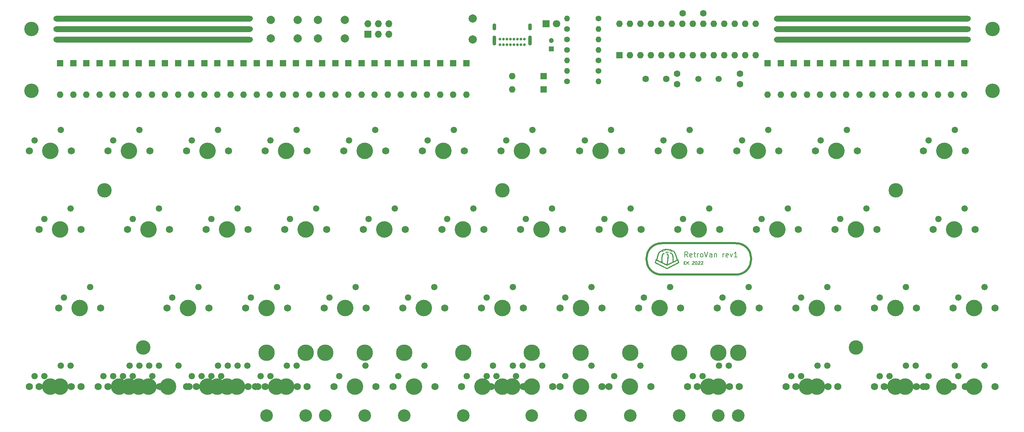
<source format=gts>
G04 #@! TF.GenerationSoftware,KiCad,Pcbnew,(6.0.1)*
G04 #@! TF.CreationDate,2022-12-02T15:22:06+01:00*
G04 #@! TF.ProjectId,pcb,7063622e-6b69-4636-9164-5f7063625858,rev?*
G04 #@! TF.SameCoordinates,Original*
G04 #@! TF.FileFunction,Soldermask,Top*
G04 #@! TF.FilePolarity,Negative*
%FSLAX46Y46*%
G04 Gerber Fmt 4.6, Leading zero omitted, Abs format (unit mm)*
G04 Created by KiCad (PCBNEW (6.0.1)) date 2022-12-02 15:22:06*
%MOMM*%
%LPD*%
G01*
G04 APERTURE LIST*
%ADD10C,0.710000*%
%ADD11C,0.150000*%
%ADD12C,0.200000*%
%ADD13C,0.500000*%
%ADD14C,1.550000*%
%ADD15C,4.000000*%
%ADD16C,1.750000*%
%ADD17R,1.600000X1.600000*%
%ADD18O,1.600000X1.600000*%
%ADD19C,3.500000*%
%ADD20C,1.400000*%
%ADD21O,1.400000X1.400000*%
%ADD22C,3.048000*%
%ADD23C,3.987800*%
%ADD24O,1.700000X1.700000*%
%ADD25R,1.700000X1.700000*%
%ADD26C,1.600000*%
%ADD27C,0.650000*%
%ADD28O,0.900000X1.700000*%
%ADD29O,0.900000X2.400000*%
%ADD30C,1.500000*%
%ADD31R,1.200000X1.200000*%
%ADD32C,1.200000*%
%ADD33C,2.000000*%
%ADD34R,1.800000X1.800000*%
%ADD35C,1.800000*%
G04 APERTURE END LIST*
D10*
X213715000Y-50800000D02*
G75*
G03*
X213715000Y-50800000I-355000J0D01*
G01*
D11*
X85725000Y-47625000D02*
X38735000Y-47625000D01*
X38735000Y-47625000D02*
X38735000Y-48895000D01*
X38735000Y-48895000D02*
X85725000Y-48895000D01*
X85725000Y-48895000D02*
X85725000Y-47625000D01*
G36*
X85725000Y-47625000D02*
G01*
X38735000Y-47625000D01*
X38735000Y-48895000D01*
X85725000Y-48895000D01*
X85725000Y-47625000D01*
G37*
X85725000Y-50165000D02*
X38735000Y-50165000D01*
X38735000Y-50165000D02*
X38735000Y-51435000D01*
X38735000Y-51435000D02*
X85725000Y-51435000D01*
X85725000Y-51435000D02*
X85725000Y-50165000D01*
G36*
X85725000Y-50165000D02*
G01*
X38735000Y-50165000D01*
X38735000Y-51435000D01*
X85725000Y-51435000D01*
X85725000Y-50165000D01*
G37*
X259715000Y-45085000D02*
X213360000Y-45085000D01*
X213360000Y-45085000D02*
X213360000Y-46355000D01*
X213360000Y-46355000D02*
X259715000Y-46355000D01*
X259715000Y-46355000D02*
X259715000Y-45085000D01*
G36*
X259715000Y-45085000D02*
G01*
X213360000Y-45085000D01*
X213360000Y-46355000D01*
X259715000Y-46355000D01*
X259715000Y-45085000D01*
G37*
X85725000Y-45085000D02*
X38735000Y-45085000D01*
X38735000Y-45085000D02*
X38735000Y-46355000D01*
X38735000Y-46355000D02*
X85725000Y-46355000D01*
X85725000Y-46355000D02*
X85725000Y-45085000D01*
G36*
X85725000Y-45085000D02*
G01*
X38735000Y-45085000D01*
X38735000Y-46355000D01*
X85725000Y-46355000D01*
X85725000Y-45085000D01*
G37*
D10*
X39090000Y-48260000D02*
G75*
G03*
X39090000Y-48260000I-355000J0D01*
G01*
X260070000Y-45720000D02*
G75*
G03*
X260070000Y-45720000I-355000J0D01*
G01*
X260070000Y-50800000D02*
G75*
G03*
X260070000Y-50800000I-355000J0D01*
G01*
X213715000Y-45720000D02*
G75*
G03*
X213715000Y-45720000I-355000J0D01*
G01*
X39090000Y-50800000D02*
G75*
G03*
X39090000Y-50800000I-355000J0D01*
G01*
X86080000Y-48260000D02*
G75*
G03*
X86080000Y-48260000I-355000J0D01*
G01*
D11*
X259715000Y-50165000D02*
X213360000Y-50165000D01*
X213360000Y-50165000D02*
X213360000Y-51435000D01*
X213360000Y-51435000D02*
X259715000Y-51435000D01*
X259715000Y-51435000D02*
X259715000Y-50165000D01*
G36*
X259715000Y-50165000D02*
G01*
X213360000Y-50165000D01*
X213360000Y-51435000D01*
X259715000Y-51435000D01*
X259715000Y-50165000D01*
G37*
D10*
X86080000Y-45720000D02*
G75*
G03*
X86080000Y-45720000I-355000J0D01*
G01*
X260070000Y-48260000D02*
G75*
G03*
X260070000Y-48260000I-355000J0D01*
G01*
X39090000Y-45720000D02*
G75*
G03*
X39090000Y-45720000I-355000J0D01*
G01*
D11*
X259715000Y-47625000D02*
X213360000Y-47625000D01*
X213360000Y-47625000D02*
X213360000Y-48895000D01*
X213360000Y-48895000D02*
X259715000Y-48895000D01*
X259715000Y-48895000D02*
X259715000Y-47625000D01*
G36*
X259715000Y-47625000D02*
G01*
X213360000Y-47625000D01*
X213360000Y-48895000D01*
X259715000Y-48895000D01*
X259715000Y-47625000D01*
G37*
D10*
X86080000Y-50800000D02*
G75*
G03*
X86080000Y-50800000I-355000J0D01*
G01*
X213715000Y-48260000D02*
G75*
G03*
X213715000Y-48260000I-355000J0D01*
G01*
D11*
X190934821Y-104943678D02*
X191184821Y-104943678D01*
X191291964Y-105336535D02*
X190934821Y-105336535D01*
X190934821Y-104586535D01*
X191291964Y-104586535D01*
X191613392Y-105336535D02*
X191613392Y-104586535D01*
X192041964Y-105336535D02*
X191720535Y-104907964D01*
X192041964Y-104586535D02*
X191613392Y-105015107D01*
X192899107Y-104657964D02*
X192934821Y-104622250D01*
X193006250Y-104586535D01*
X193184821Y-104586535D01*
X193256250Y-104622250D01*
X193291964Y-104657964D01*
X193327678Y-104729392D01*
X193327678Y-104800821D01*
X193291964Y-104907964D01*
X192863392Y-105336535D01*
X193327678Y-105336535D01*
X193791964Y-104586535D02*
X193863392Y-104586535D01*
X193934821Y-104622250D01*
X193970535Y-104657964D01*
X194006250Y-104729392D01*
X194041964Y-104872250D01*
X194041964Y-105050821D01*
X194006250Y-105193678D01*
X193970535Y-105265107D01*
X193934821Y-105300821D01*
X193863392Y-105336535D01*
X193791964Y-105336535D01*
X193720535Y-105300821D01*
X193684821Y-105265107D01*
X193649107Y-105193678D01*
X193613392Y-105050821D01*
X193613392Y-104872250D01*
X193649107Y-104729392D01*
X193684821Y-104657964D01*
X193720535Y-104622250D01*
X193791964Y-104586535D01*
X194327678Y-104657964D02*
X194363392Y-104622250D01*
X194434821Y-104586535D01*
X194613392Y-104586535D01*
X194684821Y-104622250D01*
X194720535Y-104657964D01*
X194756250Y-104729392D01*
X194756250Y-104800821D01*
X194720535Y-104907964D01*
X194291964Y-105336535D01*
X194756250Y-105336535D01*
X195041964Y-104657964D02*
X195077678Y-104622250D01*
X195149107Y-104586535D01*
X195327678Y-104586535D01*
X195399107Y-104622250D01*
X195434821Y-104657964D01*
X195470535Y-104729392D01*
X195470535Y-104800821D01*
X195434821Y-104907964D01*
X195006250Y-105336535D01*
X195470535Y-105336535D01*
D12*
X191800654Y-103530726D02*
X191383988Y-102935488D01*
X191086369Y-103530726D02*
X191086369Y-102280726D01*
X191562559Y-102280726D01*
X191681607Y-102340250D01*
X191741130Y-102399773D01*
X191800654Y-102518821D01*
X191800654Y-102697392D01*
X191741130Y-102816440D01*
X191681607Y-102875964D01*
X191562559Y-102935488D01*
X191086369Y-102935488D01*
X192812559Y-103471202D02*
X192693511Y-103530726D01*
X192455416Y-103530726D01*
X192336369Y-103471202D01*
X192276845Y-103352154D01*
X192276845Y-102875964D01*
X192336369Y-102756916D01*
X192455416Y-102697392D01*
X192693511Y-102697392D01*
X192812559Y-102756916D01*
X192872083Y-102875964D01*
X192872083Y-102995011D01*
X192276845Y-103114059D01*
X193229226Y-102697392D02*
X193705416Y-102697392D01*
X193407797Y-102280726D02*
X193407797Y-103352154D01*
X193467321Y-103471202D01*
X193586369Y-103530726D01*
X193705416Y-103530726D01*
X194122083Y-103530726D02*
X194122083Y-102697392D01*
X194122083Y-102935488D02*
X194181607Y-102816440D01*
X194241130Y-102756916D01*
X194360178Y-102697392D01*
X194479226Y-102697392D01*
X195074464Y-103530726D02*
X194955416Y-103471202D01*
X194895892Y-103411678D01*
X194836369Y-103292630D01*
X194836369Y-102935488D01*
X194895892Y-102816440D01*
X194955416Y-102756916D01*
X195074464Y-102697392D01*
X195253035Y-102697392D01*
X195372083Y-102756916D01*
X195431607Y-102816440D01*
X195491130Y-102935488D01*
X195491130Y-103292630D01*
X195431607Y-103411678D01*
X195372083Y-103471202D01*
X195253035Y-103530726D01*
X195074464Y-103530726D01*
X195848273Y-102280726D02*
X196264940Y-103530726D01*
X196681607Y-102280726D01*
X197633988Y-103530726D02*
X197633988Y-102875964D01*
X197574464Y-102756916D01*
X197455416Y-102697392D01*
X197217321Y-102697392D01*
X197098273Y-102756916D01*
X197633988Y-103471202D02*
X197514940Y-103530726D01*
X197217321Y-103530726D01*
X197098273Y-103471202D01*
X197038750Y-103352154D01*
X197038750Y-103233107D01*
X197098273Y-103114059D01*
X197217321Y-103054535D01*
X197514940Y-103054535D01*
X197633988Y-102995011D01*
X198229226Y-102697392D02*
X198229226Y-103530726D01*
X198229226Y-102816440D02*
X198288750Y-102756916D01*
X198407797Y-102697392D01*
X198586369Y-102697392D01*
X198705416Y-102756916D01*
X198764940Y-102875964D01*
X198764940Y-103530726D01*
X200312559Y-103530726D02*
X200312559Y-102697392D01*
X200312559Y-102935488D02*
X200372083Y-102816440D01*
X200431607Y-102756916D01*
X200550654Y-102697392D01*
X200669702Y-102697392D01*
X201562559Y-103471202D02*
X201443511Y-103530726D01*
X201205416Y-103530726D01*
X201086369Y-103471202D01*
X201026845Y-103352154D01*
X201026845Y-102875964D01*
X201086369Y-102756916D01*
X201205416Y-102697392D01*
X201443511Y-102697392D01*
X201562559Y-102756916D01*
X201622083Y-102875964D01*
X201622083Y-102995011D01*
X201026845Y-103114059D01*
X202038750Y-102697392D02*
X202336369Y-103530726D01*
X202633988Y-102697392D01*
X203764940Y-103530726D02*
X203050654Y-103530726D01*
X203407797Y-103530726D02*
X203407797Y-102280726D01*
X203288750Y-102459297D01*
X203169702Y-102578345D01*
X203050654Y-102637869D01*
D13*
X203358750Y-107791250D02*
X185578750Y-107791250D01*
X185578750Y-100171250D02*
X203358750Y-100171250D01*
X203358750Y-107791250D02*
G75*
G03*
X203358750Y-100171250I0J3810000D01*
G01*
X185578750Y-100171250D02*
G75*
G03*
X185578750Y-107791250I0J-3810000D01*
G01*
G36*
X183843946Y-104737960D02*
G01*
X183857076Y-104683464D01*
X183873129Y-104618414D01*
X183892265Y-104541670D01*
X183900367Y-104509250D01*
X183917509Y-104441014D01*
X183933923Y-104376370D01*
X183949269Y-104316613D01*
X183963206Y-104263037D01*
X183975394Y-104216937D01*
X183983739Y-104186083D01*
X184434125Y-104186083D01*
X184438856Y-104190544D01*
X184453205Y-104199382D01*
X184477485Y-104212757D01*
X184512010Y-104230828D01*
X184557095Y-104253751D01*
X184613053Y-104281686D01*
X184680201Y-104314791D01*
X184758851Y-104353225D01*
X184849317Y-104397146D01*
X184934193Y-104438164D01*
X185011517Y-104475421D01*
X185085250Y-104510853D01*
X185154470Y-104544024D01*
X185218256Y-104574496D01*
X185275689Y-104601833D01*
X185325847Y-104625599D01*
X185367809Y-104645355D01*
X185400656Y-104660667D01*
X185423466Y-104671095D01*
X185435319Y-104676205D01*
X185436841Y-104676647D01*
X185437301Y-104669108D01*
X185436245Y-104651225D01*
X185433896Y-104626213D01*
X185432445Y-104613220D01*
X185425659Y-104547664D01*
X185419275Y-104471307D01*
X185413469Y-104387017D01*
X185408418Y-104297664D01*
X185404296Y-104206118D01*
X185401281Y-104115249D01*
X185400836Y-104097833D01*
X185399636Y-103927085D01*
X185404354Y-103762603D01*
X185414862Y-103605151D01*
X185431033Y-103455493D01*
X185452739Y-103314393D01*
X185479851Y-103182617D01*
X185512243Y-103060927D01*
X185549786Y-102950089D01*
X185592353Y-102850866D01*
X185617488Y-102802194D01*
X185666043Y-102725120D01*
X185719658Y-102660528D01*
X185778225Y-102608509D01*
X185841631Y-102569155D01*
X185909766Y-102542559D01*
X185937428Y-102535700D01*
X185997818Y-102526481D01*
X186048558Y-102526438D01*
X186090260Y-102535713D01*
X186123538Y-102554447D01*
X186149004Y-102582780D01*
X186150170Y-102584587D01*
X186169190Y-102624823D01*
X186174578Y-102664368D01*
X186166331Y-102703681D01*
X186148400Y-102737548D01*
X186130374Y-102758626D01*
X186107112Y-102774330D01*
X186075890Y-102785997D01*
X186033986Y-102794966D01*
X186030231Y-102795584D01*
X185987680Y-102804507D01*
X185954905Y-102816881D01*
X185928080Y-102834772D01*
X185903377Y-102860246D01*
X185897887Y-102867021D01*
X185862659Y-102919290D01*
X185829387Y-102984039D01*
X185798412Y-103060171D01*
X185770072Y-103146587D01*
X185744706Y-103242192D01*
X185722655Y-103345885D01*
X185704257Y-103456571D01*
X185695662Y-103521321D01*
X185687771Y-103592024D01*
X185681623Y-103660600D01*
X185677113Y-103729644D01*
X185674136Y-103801748D01*
X185672586Y-103879506D01*
X185672360Y-103965512D01*
X185673352Y-104062360D01*
X185673473Y-104070115D01*
X185675253Y-104161398D01*
X185677677Y-104244150D01*
X185680950Y-104321310D01*
X185685282Y-104395817D01*
X185690878Y-104470613D01*
X185697948Y-104548636D01*
X185706698Y-104632827D01*
X185717337Y-104726125D01*
X185723338Y-104776358D01*
X185727314Y-104798959D01*
X185732603Y-104816175D01*
X185736525Y-104822615D01*
X185744175Y-104826884D01*
X185762901Y-104836455D01*
X185791523Y-104850758D01*
X185828860Y-104869222D01*
X185873734Y-104891275D01*
X185924964Y-104916347D01*
X185981370Y-104943867D01*
X186041772Y-104973264D01*
X186104991Y-105003967D01*
X186169846Y-105035404D01*
X186235158Y-105067005D01*
X186299747Y-105098199D01*
X186362433Y-105128415D01*
X186422035Y-105157082D01*
X186477376Y-105183628D01*
X186527273Y-105207484D01*
X186570548Y-105228077D01*
X186606020Y-105244838D01*
X186632510Y-105257194D01*
X186648838Y-105264575D01*
X186653791Y-105266514D01*
X186659583Y-105260712D01*
X186665815Y-105245321D01*
X186669228Y-105232215D01*
X186691978Y-105121109D01*
X186713913Y-105004137D01*
X186734939Y-104882335D01*
X186754963Y-104756734D01*
X186773888Y-104628369D01*
X186791622Y-104498273D01*
X186808069Y-104367479D01*
X186823136Y-104237022D01*
X186836728Y-104107934D01*
X186848750Y-103981250D01*
X186859108Y-103858002D01*
X186867708Y-103739224D01*
X186874455Y-103625950D01*
X186879255Y-103519213D01*
X186882013Y-103420047D01*
X186882636Y-103329485D01*
X186881028Y-103248561D01*
X186877096Y-103178309D01*
X186870744Y-103119761D01*
X186865101Y-103087655D01*
X186854369Y-103043083D01*
X186842573Y-103009377D01*
X186827746Y-102983761D01*
X186807918Y-102963456D01*
X186781122Y-102945686D01*
X186754933Y-102932188D01*
X186715659Y-102909034D01*
X186688476Y-102882367D01*
X186671894Y-102850269D01*
X186664920Y-102816324D01*
X186666943Y-102775781D01*
X186680392Y-102739547D01*
X186703282Y-102709254D01*
X186733629Y-102686534D01*
X186769450Y-102673019D01*
X186808760Y-102670338D01*
X186836223Y-102675464D01*
X186896958Y-102699476D01*
X186954600Y-102733924D01*
X187006121Y-102776527D01*
X187048495Y-102825005D01*
X187062516Y-102846040D01*
X187083283Y-102886559D01*
X187103118Y-102937117D01*
X187120806Y-102994085D01*
X187135135Y-103053829D01*
X187139353Y-103075972D01*
X187143658Y-103109431D01*
X187147071Y-103154626D01*
X187149592Y-103209651D01*
X187151220Y-103272596D01*
X187151956Y-103341553D01*
X187151799Y-103414616D01*
X187150749Y-103489874D01*
X187148807Y-103565421D01*
X187145973Y-103639348D01*
X187142246Y-103709748D01*
X187139356Y-103752557D01*
X187120352Y-103983910D01*
X187097943Y-104212224D01*
X187072376Y-104435528D01*
X187043899Y-104651851D01*
X187012760Y-104859223D01*
X186979205Y-105055671D01*
X186968197Y-105114859D01*
X186961116Y-105152961D01*
X186955281Y-105185938D01*
X186951047Y-105211647D01*
X186948769Y-105227944D01*
X186948655Y-105232799D01*
X186954989Y-105229907D01*
X186972594Y-105221567D01*
X187000426Y-105208279D01*
X187037446Y-105190547D01*
X187082612Y-105168873D01*
X187134882Y-105143759D01*
X187193215Y-105115706D01*
X187256569Y-105085218D01*
X187323903Y-105052797D01*
X187394176Y-105018944D01*
X187466345Y-104984161D01*
X187539371Y-104948952D01*
X187612210Y-104913818D01*
X187683823Y-104879262D01*
X187753166Y-104845785D01*
X187819200Y-104813889D01*
X187880882Y-104784078D01*
X187937172Y-104756853D01*
X187987027Y-104732716D01*
X188029406Y-104712170D01*
X188063268Y-104695717D01*
X188087571Y-104683858D01*
X188101274Y-104677097D01*
X188103997Y-104675679D01*
X188105800Y-104667623D01*
X188107665Y-104647429D01*
X188109547Y-104616636D01*
X188111398Y-104576779D01*
X188113171Y-104529397D01*
X188114820Y-104476024D01*
X188116297Y-104418199D01*
X188117556Y-104357459D01*
X188118549Y-104295340D01*
X188119229Y-104233379D01*
X188119550Y-104173113D01*
X188119562Y-104166204D01*
X188118072Y-103996525D01*
X188113059Y-103839353D01*
X188104408Y-103693955D01*
X188092006Y-103559596D01*
X188075736Y-103435541D01*
X188055486Y-103321056D01*
X188031141Y-103215407D01*
X188002585Y-103117858D01*
X187969706Y-103027675D01*
X187932388Y-102944125D01*
X187927792Y-102934878D01*
X187901361Y-102884192D01*
X187877844Y-102843752D01*
X187855466Y-102810961D01*
X187832452Y-102783222D01*
X187807026Y-102757936D01*
X187806691Y-102757630D01*
X187769686Y-102727000D01*
X187733864Y-102705109D01*
X187695789Y-102690727D01*
X187652022Y-102682623D01*
X187599125Y-102679567D01*
X187588228Y-102679458D01*
X187554618Y-102679131D01*
X187531352Y-102678059D01*
X187515101Y-102675584D01*
X187502536Y-102671047D01*
X187490327Y-102663789D01*
X187482861Y-102658614D01*
X187451614Y-102629138D01*
X187431820Y-102594371D01*
X187423663Y-102556608D01*
X187427328Y-102518144D01*
X187442999Y-102481276D01*
X187466331Y-102452487D01*
X187488834Y-102434374D01*
X187514287Y-102421749D01*
X187545468Y-102413844D01*
X187585151Y-102409891D01*
X187623413Y-102409058D01*
X187707533Y-102415652D01*
X187787974Y-102435387D01*
X187864577Y-102468189D01*
X187937180Y-102513982D01*
X188005622Y-102572694D01*
X188027161Y-102594777D01*
X188079989Y-102659119D01*
X188129982Y-102735705D01*
X188176629Y-102823302D01*
X188219420Y-102920681D01*
X188257846Y-103026609D01*
X188291398Y-103139855D01*
X188319564Y-103259188D01*
X188334254Y-103336583D01*
X188346379Y-103410878D01*
X188356724Y-103483469D01*
X188365401Y-103556117D01*
X188372526Y-103630585D01*
X188378215Y-103708634D01*
X188382582Y-103792025D01*
X188385741Y-103882520D01*
X188387808Y-103981881D01*
X188388897Y-104091869D01*
X188389141Y-104178246D01*
X188389208Y-104257915D01*
X188389363Y-104324951D01*
X188389634Y-104380397D01*
X188390053Y-104425293D01*
X188390650Y-104460681D01*
X188391457Y-104487603D01*
X188392503Y-104507100D01*
X188393820Y-104520214D01*
X188395438Y-104527987D01*
X188397387Y-104531459D01*
X188399540Y-104531737D01*
X188413328Y-104525892D01*
X188437165Y-104515002D01*
X188469716Y-104499721D01*
X188509647Y-104480705D01*
X188555624Y-104458610D01*
X188606313Y-104434090D01*
X188660380Y-104407800D01*
X188716489Y-104380396D01*
X188773308Y-104352534D01*
X188829502Y-104324868D01*
X188883737Y-104298053D01*
X188934679Y-104272745D01*
X188980993Y-104249599D01*
X189021346Y-104229270D01*
X189054403Y-104212414D01*
X189078830Y-104199686D01*
X189093293Y-104191740D01*
X189096800Y-104189300D01*
X189094899Y-104179136D01*
X189089308Y-104157118D01*
X189080390Y-104124455D01*
X189068506Y-104082354D01*
X189054020Y-104032022D01*
X189037292Y-103974666D01*
X189018686Y-103911493D01*
X188998564Y-103843712D01*
X188977287Y-103772529D01*
X188955218Y-103699152D01*
X188932719Y-103624787D01*
X188910152Y-103550643D01*
X188887879Y-103477926D01*
X188866263Y-103407844D01*
X188845666Y-103341605D01*
X188826450Y-103280414D01*
X188808977Y-103225481D01*
X188793609Y-103178012D01*
X188791439Y-103171400D01*
X188757462Y-103071792D01*
X188721288Y-102972532D01*
X188683610Y-102875206D01*
X188645121Y-102781401D01*
X188606516Y-102692703D01*
X188568486Y-102610699D01*
X188531725Y-102536977D01*
X188496927Y-102473123D01*
X188464785Y-102420724D01*
X188461063Y-102415168D01*
X188412797Y-102352695D01*
X188356866Y-102295314D01*
X188296255Y-102245725D01*
X188233951Y-102206623D01*
X188225192Y-102202104D01*
X188156080Y-102174891D01*
X188084027Y-102160752D01*
X188010114Y-102159689D01*
X187935422Y-102171708D01*
X187861030Y-102196811D01*
X187851838Y-102200855D01*
X187806838Y-102218919D01*
X187769768Y-102228445D01*
X187738221Y-102229847D01*
X187713043Y-102224665D01*
X187676058Y-102206075D01*
X187648179Y-102179141D01*
X187629927Y-102146160D01*
X187621822Y-102109432D01*
X187624385Y-102071255D01*
X187638136Y-102033926D01*
X187662395Y-102000972D01*
X187683481Y-101979185D01*
X187650939Y-101958547D01*
X187614292Y-101939250D01*
X187577546Y-101928655D01*
X187538935Y-101926957D01*
X187496694Y-101934352D01*
X187449057Y-101951035D01*
X187394258Y-101977201D01*
X187371609Y-101989438D01*
X187345484Y-102000947D01*
X187317174Y-102009108D01*
X187305395Y-102010977D01*
X187267145Y-102008194D01*
X187231386Y-101993787D01*
X187200735Y-101969810D01*
X187177811Y-101938313D01*
X187165232Y-101901348D01*
X187165198Y-101901144D01*
X187158935Y-101873345D01*
X187149448Y-101855034D01*
X187133829Y-101842026D01*
X187118732Y-101834306D01*
X187081802Y-101823864D01*
X187041007Y-101822640D01*
X187000279Y-101829900D01*
X186963553Y-101844911D01*
X186934761Y-101866940D01*
X186932972Y-101868923D01*
X186914909Y-101883804D01*
X186889284Y-101898282D01*
X186861510Y-101909849D01*
X186836995Y-101916002D01*
X186830415Y-101916416D01*
X186795657Y-101910571D01*
X186757933Y-101893388D01*
X186723838Y-101870451D01*
X186679962Y-101841401D01*
X186634966Y-101820827D01*
X186583393Y-101806359D01*
X186569964Y-101803634D01*
X186539015Y-101798831D01*
X186506389Y-101795606D01*
X186475155Y-101794037D01*
X186448385Y-101794201D01*
X186429148Y-101796178D01*
X186420635Y-101799825D01*
X186420695Y-101809432D01*
X186425425Y-101826040D01*
X186427831Y-101832197D01*
X186436534Y-101869363D01*
X186433205Y-101906544D01*
X186419278Y-101941387D01*
X186396188Y-101971541D01*
X186365372Y-101994655D01*
X186328263Y-102008377D01*
X186319370Y-102009906D01*
X186287341Y-102010584D01*
X186257324Y-102002525D01*
X186226513Y-101984555D01*
X186194560Y-101957806D01*
X186166588Y-101933681D01*
X186141191Y-101917214D01*
X186114588Y-101907088D01*
X186082996Y-101901987D01*
X186042633Y-101900593D01*
X186030468Y-101900672D01*
X185985838Y-101902618D01*
X185947288Y-101907981D01*
X185907422Y-101917842D01*
X185901879Y-101919475D01*
X185871977Y-101929221D01*
X185841849Y-101940414D01*
X185814262Y-101951854D01*
X185791982Y-101962341D01*
X185777774Y-101970677D01*
X185774075Y-101974899D01*
X185779629Y-101979494D01*
X185793899Y-101987892D01*
X185806552Y-101994565D01*
X185860626Y-102026401D01*
X185902378Y-102060597D01*
X185931522Y-102096727D01*
X185947769Y-102134364D01*
X185950833Y-102173081D01*
X185945074Y-102200314D01*
X185931691Y-102227395D01*
X185911264Y-102254117D01*
X185888092Y-102275299D01*
X185877327Y-102281943D01*
X185844723Y-102293993D01*
X185812221Y-102296343D01*
X185777554Y-102288617D01*
X185738456Y-102270438D01*
X185712086Y-102254459D01*
X185669329Y-102228772D01*
X185631538Y-102211342D01*
X185594000Y-102200763D01*
X185552004Y-102195631D01*
X185510845Y-102194504D01*
X185469503Y-102195313D01*
X185436667Y-102198207D01*
X185407250Y-102203812D01*
X185384695Y-102210074D01*
X185314815Y-102235917D01*
X185247329Y-102270287D01*
X185180527Y-102314307D01*
X185112701Y-102369097D01*
X185045478Y-102432426D01*
X185001545Y-102478588D01*
X184961295Y-102525804D01*
X184924193Y-102575225D01*
X184889705Y-102628007D01*
X184857295Y-102685303D01*
X184826428Y-102748267D01*
X184796569Y-102818053D01*
X184767183Y-102895815D01*
X184737734Y-102982706D01*
X184707688Y-103079882D01*
X184676509Y-103188494D01*
X184650439Y-103284213D01*
X184638670Y-103328954D01*
X184625196Y-103381349D01*
X184610335Y-103440076D01*
X184594403Y-103503812D01*
X184577719Y-103571236D01*
X184560598Y-103641024D01*
X184543358Y-103711856D01*
X184526316Y-103782408D01*
X184509790Y-103851359D01*
X184494096Y-103917386D01*
X184479552Y-103979168D01*
X184466475Y-104035381D01*
X184455181Y-104084704D01*
X184445988Y-104125815D01*
X184439213Y-104157391D01*
X184435174Y-104178110D01*
X184434125Y-104186083D01*
X183983739Y-104186083D01*
X183985491Y-104179606D01*
X183993157Y-104152340D01*
X183998052Y-104136432D01*
X183999319Y-104133207D01*
X184023094Y-104101604D01*
X184055434Y-104078193D01*
X184093014Y-104064523D01*
X184132507Y-104062141D01*
X184147034Y-104064453D01*
X184165214Y-104067882D01*
X184176819Y-104068839D01*
X184178557Y-104068390D01*
X184180705Y-104061341D01*
X184185549Y-104042624D01*
X184192687Y-104013889D01*
X184201714Y-103976787D01*
X184212227Y-103932967D01*
X184223822Y-103884080D01*
X184228373Y-103864747D01*
X184266123Y-103705395D01*
X184301547Y-103558749D01*
X184334890Y-103424085D01*
X184366396Y-103300681D01*
X184396309Y-103187812D01*
X184424873Y-103084753D01*
X184452334Y-102990782D01*
X184478935Y-102905175D01*
X184504920Y-102827206D01*
X184530534Y-102756154D01*
X184556021Y-102691292D01*
X184581626Y-102631899D01*
X184607592Y-102577249D01*
X184634165Y-102526619D01*
X184661587Y-102479285D01*
X184690104Y-102434523D01*
X184719960Y-102391609D01*
X184730244Y-102377601D01*
X184756269Y-102345117D01*
X184789987Y-102306756D01*
X184828600Y-102265419D01*
X184869312Y-102224006D01*
X184909329Y-102185414D01*
X184945853Y-102152544D01*
X184953618Y-102145971D01*
X185032345Y-102086032D01*
X185114985Y-102033801D01*
X185199166Y-101990507D01*
X185282513Y-101957380D01*
X185357790Y-101936648D01*
X185376291Y-101931798D01*
X185392307Y-101924589D01*
X185409114Y-101912897D01*
X185429987Y-101894597D01*
X185445892Y-101879497D01*
X185527228Y-101809614D01*
X185614681Y-101750346D01*
X185706922Y-101702256D01*
X185802621Y-101665907D01*
X185900449Y-101641862D01*
X185999075Y-101630684D01*
X186034961Y-101629921D01*
X186069485Y-101630540D01*
X186101974Y-101631979D01*
X186128195Y-101634006D01*
X186141189Y-101635770D01*
X186159550Y-101638348D01*
X186172090Y-101635689D01*
X186184804Y-101625719D01*
X186192405Y-101618064D01*
X186234955Y-101583554D01*
X186287249Y-101556705D01*
X186347638Y-101537610D01*
X186414476Y-101526367D01*
X186486113Y-101523069D01*
X186560902Y-101527813D01*
X186637196Y-101540695D01*
X186713345Y-101561809D01*
X186772489Y-101584447D01*
X186827205Y-101608159D01*
X186869833Y-101589036D01*
X186899080Y-101577174D01*
X186930270Y-101566433D01*
X186950065Y-101560827D01*
X186983961Y-101555311D01*
X187025935Y-101552372D01*
X187070875Y-101552019D01*
X187113672Y-101554263D01*
X187149213Y-101559114D01*
X187155179Y-101560441D01*
X187205026Y-101576698D01*
X187255599Y-101600434D01*
X187301599Y-101628894D01*
X187328857Y-101650713D01*
X187366932Y-101685511D01*
X187413182Y-101672951D01*
X187440307Y-101666931D01*
X187470830Y-101663113D01*
X187508251Y-101661188D01*
X187551733Y-101660828D01*
X187590188Y-101661223D01*
X187618662Y-101662343D01*
X187640847Y-101664731D01*
X187660436Y-101668925D01*
X187681119Y-101675468D01*
X187700600Y-101682629D01*
X187734560Y-101697225D01*
X187770976Y-101715639D01*
X187802411Y-101734088D01*
X187804619Y-101735540D01*
X187835504Y-101758748D01*
X187868203Y-101787743D01*
X187899239Y-101819056D01*
X187925134Y-101849221D01*
X187940074Y-101870632D01*
X187951236Y-101889435D01*
X188037914Y-101889435D01*
X188131760Y-101894690D01*
X188219466Y-101910888D01*
X188302956Y-101938678D01*
X188384151Y-101978707D01*
X188464976Y-102031625D01*
X188469550Y-102034997D01*
X188538056Y-102091252D01*
X188601089Y-102154770D01*
X188659813Y-102227027D01*
X188715386Y-102309499D01*
X188768969Y-102403661D01*
X188786914Y-102438547D01*
X188822931Y-102512518D01*
X188858567Y-102590407D01*
X188894115Y-102673046D01*
X188929867Y-102761266D01*
X188966115Y-102855899D01*
X189003152Y-102957775D01*
X189041272Y-103067728D01*
X189080765Y-103186586D01*
X189121925Y-103315183D01*
X189165045Y-103454350D01*
X189210416Y-103604917D01*
X189258331Y-103767717D01*
X189275765Y-103827766D01*
X189291634Y-103882491D01*
X189306330Y-103932943D01*
X189319416Y-103977646D01*
X189330459Y-104015122D01*
X189339022Y-104043896D01*
X189344671Y-104062491D01*
X189346971Y-104069429D01*
X189346974Y-104069432D01*
X189354178Y-104069517D01*
X189370309Y-104067080D01*
X189381123Y-104064933D01*
X189422555Y-104062486D01*
X189462173Y-104071928D01*
X189497105Y-104091956D01*
X189524481Y-104121269D01*
X189531604Y-104133207D01*
X189535044Y-104143185D01*
X189541421Y-104165145D01*
X189550393Y-104197792D01*
X189561621Y-104239831D01*
X189574764Y-104289970D01*
X189589480Y-104346912D01*
X189605429Y-104409363D01*
X189622271Y-104476031D01*
X189630597Y-104509250D01*
X189651037Y-104591325D01*
X189668237Y-104661152D01*
X189682414Y-104719715D01*
X189693786Y-104767994D01*
X189702571Y-104806973D01*
X189708985Y-104837634D01*
X189713246Y-104860960D01*
X189715571Y-104877932D01*
X189716178Y-104889533D01*
X189715803Y-104894361D01*
X189704247Y-104931955D01*
X189683255Y-104965817D01*
X189655668Y-104991640D01*
X189648847Y-104995900D01*
X189640145Y-105000504D01*
X189619819Y-105011049D01*
X189588419Y-105027252D01*
X189546496Y-105048830D01*
X189494602Y-105075501D01*
X189433288Y-105106982D01*
X189363105Y-105142991D01*
X189284604Y-105183246D01*
X189198337Y-105227463D01*
X189104855Y-105275361D01*
X189004709Y-105326656D01*
X188898451Y-105381067D01*
X188786630Y-105438311D01*
X188669800Y-105498105D01*
X188548511Y-105560167D01*
X188423313Y-105624214D01*
X188294760Y-105689964D01*
X188214432Y-105731041D01*
X188049533Y-105815333D01*
X187896452Y-105893526D01*
X187754854Y-105965788D01*
X187624404Y-106032289D01*
X187504767Y-106093197D01*
X187395607Y-106148680D01*
X187296590Y-106198907D01*
X187207381Y-106244047D01*
X187127643Y-106284268D01*
X187057043Y-106319739D01*
X186995244Y-106350628D01*
X186941912Y-106377104D01*
X186896712Y-106399335D01*
X186859308Y-106417491D01*
X186829365Y-106431739D01*
X186806549Y-106442248D01*
X186790523Y-106449188D01*
X186780954Y-106452725D01*
X186778631Y-106453256D01*
X186751852Y-106453349D01*
X186726853Y-106448668D01*
X186724439Y-106447827D01*
X186716932Y-106444198D01*
X186697907Y-106434678D01*
X186668023Y-106419601D01*
X186627935Y-106399304D01*
X186578301Y-106374121D01*
X186519778Y-106344389D01*
X186453023Y-106310442D01*
X186378692Y-106272616D01*
X186297444Y-106231247D01*
X186209934Y-106186670D01*
X186116821Y-106139219D01*
X186018760Y-106089232D01*
X185916409Y-106037042D01*
X185810425Y-105982986D01*
X185701465Y-105927398D01*
X185590186Y-105870615D01*
X185477245Y-105812971D01*
X185363299Y-105754803D01*
X185249006Y-105696445D01*
X185135021Y-105638233D01*
X185022002Y-105580502D01*
X184910606Y-105523588D01*
X184801491Y-105467826D01*
X184695312Y-105413551D01*
X184592728Y-105361100D01*
X184494395Y-105310807D01*
X184400970Y-105263007D01*
X184313110Y-105218037D01*
X184231473Y-105176231D01*
X184156715Y-105137925D01*
X184089493Y-105103454D01*
X184030464Y-105073155D01*
X183980285Y-105047361D01*
X183939614Y-105026409D01*
X183909107Y-105010634D01*
X183904794Y-105008395D01*
X183874774Y-104990924D01*
X183853903Y-104973623D01*
X183838417Y-104953618D01*
X183831067Y-104941872D01*
X183825048Y-104930988D01*
X183820520Y-104919825D01*
X183817643Y-104907240D01*
X183816575Y-104892092D01*
X183817476Y-104873240D01*
X183820504Y-104849543D01*
X183825819Y-104819858D01*
X183828516Y-104807066D01*
X184108540Y-104807066D01*
X184115160Y-104810752D01*
X184133276Y-104820286D01*
X184162214Y-104835325D01*
X184201297Y-104855522D01*
X184249849Y-104880534D01*
X184307195Y-104910015D01*
X184372659Y-104943621D01*
X184445565Y-104981007D01*
X184525238Y-105021828D01*
X184611001Y-105065740D01*
X184702180Y-105112397D01*
X184798097Y-105161454D01*
X184898078Y-105212568D01*
X185001447Y-105265392D01*
X185107528Y-105319583D01*
X185215645Y-105374795D01*
X185325123Y-105430684D01*
X185435286Y-105486904D01*
X185545457Y-105543112D01*
X185654962Y-105598962D01*
X185763125Y-105654109D01*
X185869269Y-105708209D01*
X185972719Y-105760917D01*
X186072800Y-105811888D01*
X186168835Y-105860777D01*
X186260150Y-105907240D01*
X186346067Y-105950931D01*
X186425911Y-105991506D01*
X186499008Y-106028620D01*
X186564680Y-106061928D01*
X186622252Y-106091085D01*
X186671049Y-106115747D01*
X186710394Y-106135569D01*
X186739612Y-106150206D01*
X186758028Y-106159313D01*
X186764964Y-106162545D01*
X186764987Y-106162547D01*
X186771920Y-106159486D01*
X186790466Y-106150471D01*
X186820065Y-106135786D01*
X186860162Y-106115713D01*
X186910198Y-106090535D01*
X186969617Y-106060536D01*
X187037860Y-106025999D01*
X187114370Y-105987206D01*
X187198590Y-105944441D01*
X187289963Y-105897987D01*
X187387930Y-105848127D01*
X187491936Y-105795144D01*
X187601421Y-105739321D01*
X187715829Y-105680941D01*
X187834603Y-105620287D01*
X187957185Y-105557642D01*
X188083017Y-105493290D01*
X188100024Y-105484588D01*
X188256443Y-105404533D01*
X188401052Y-105330471D01*
X188534232Y-105262204D01*
X188656364Y-105199532D01*
X188767830Y-105142257D01*
X188869012Y-105090180D01*
X188960291Y-105043103D01*
X189042048Y-105000826D01*
X189114665Y-104963151D01*
X189178523Y-104929878D01*
X189234005Y-104900810D01*
X189281491Y-104875747D01*
X189321363Y-104854491D01*
X189354002Y-104836843D01*
X189379790Y-104822604D01*
X189399109Y-104811575D01*
X189412340Y-104803557D01*
X189419864Y-104798352D01*
X189422063Y-104795762D01*
X189422059Y-104795746D01*
X189419632Y-104786562D01*
X189414347Y-104765871D01*
X189406648Y-104735436D01*
X189396980Y-104697020D01*
X189385787Y-104652386D01*
X189373514Y-104603296D01*
X189370254Y-104590236D01*
X189357862Y-104540793D01*
X189346479Y-104495815D01*
X189336537Y-104456970D01*
X189328465Y-104425923D01*
X189322695Y-104404342D01*
X189319657Y-104393892D01*
X189319351Y-104393185D01*
X189313062Y-104395885D01*
X189295044Y-104404263D01*
X189265878Y-104418039D01*
X189226144Y-104436935D01*
X189176423Y-104460672D01*
X189117295Y-104488971D01*
X189049340Y-104521553D01*
X188973138Y-104558139D01*
X188889271Y-104598450D01*
X188798318Y-104642208D01*
X188700860Y-104689134D01*
X188597476Y-104738948D01*
X188488748Y-104791372D01*
X188375256Y-104846127D01*
X188257580Y-104902934D01*
X188136300Y-104961514D01*
X188070304Y-104993405D01*
X187946929Y-105053001D01*
X187826612Y-105111062D01*
X187709949Y-105167301D01*
X187597538Y-105221432D01*
X187489975Y-105273171D01*
X187387857Y-105322231D01*
X187291780Y-105368327D01*
X187202343Y-105411174D01*
X187120141Y-105450486D01*
X187045771Y-105485976D01*
X186979831Y-105517361D01*
X186922917Y-105544354D01*
X186875626Y-105566669D01*
X186838555Y-105584022D01*
X186812301Y-105596125D01*
X186797461Y-105602695D01*
X186794519Y-105603812D01*
X186766216Y-105608256D01*
X186738211Y-105604292D01*
X186736404Y-105603812D01*
X186727443Y-105600092D01*
X186706774Y-105590696D01*
X186674991Y-105575911D01*
X186632692Y-105556020D01*
X186580475Y-105531311D01*
X186518935Y-105502068D01*
X186448671Y-105468577D01*
X186370277Y-105431124D01*
X186284352Y-105389994D01*
X186191493Y-105345473D01*
X186092296Y-105297847D01*
X185987357Y-105247401D01*
X185877275Y-105194420D01*
X185762646Y-105139190D01*
X185644066Y-105081997D01*
X185522132Y-105023126D01*
X185460619Y-104993405D01*
X185337654Y-104933993D01*
X185217982Y-104876205D01*
X185102185Y-104820320D01*
X184990842Y-104766618D01*
X184884534Y-104715376D01*
X184783842Y-104666874D01*
X184689345Y-104621391D01*
X184601624Y-104579206D01*
X184521259Y-104540597D01*
X184448831Y-104505844D01*
X184384920Y-104475225D01*
X184330106Y-104449019D01*
X184284970Y-104427505D01*
X184250092Y-104410962D01*
X184226052Y-104399669D01*
X184213432Y-104393905D01*
X184211570Y-104393187D01*
X184209262Y-104400253D01*
X184204240Y-104418570D01*
X184196990Y-104446188D01*
X184187998Y-104481157D01*
X184177750Y-104521524D01*
X184166730Y-104565341D01*
X184155425Y-104610657D01*
X184144320Y-104655520D01*
X184133900Y-104697980D01*
X184124652Y-104736087D01*
X184117061Y-104767889D01*
X184111611Y-104791437D01*
X184108790Y-104804779D01*
X184108540Y-104807066D01*
X183828516Y-104807066D01*
X183833580Y-104783044D01*
X183843946Y-104737960D01*
G37*
G36*
X186843703Y-102212449D02*
G01*
X186916561Y-102218817D01*
X186983007Y-102229012D01*
X187042011Y-102242694D01*
X187092543Y-102259520D01*
X187133574Y-102279148D01*
X187164073Y-102301239D01*
X187183013Y-102325449D01*
X187189365Y-102350869D01*
X187186684Y-102367455D01*
X187176940Y-102383030D01*
X187161467Y-102398485D01*
X187137280Y-102417528D01*
X187109304Y-102433580D01*
X187075156Y-102447600D01*
X187032455Y-102460543D01*
X186978818Y-102473365D01*
X186970576Y-102475147D01*
X186951169Y-102477965D01*
X186921296Y-102480683D01*
X186883739Y-102483199D01*
X186841280Y-102485411D01*
X186796700Y-102487216D01*
X186752782Y-102488511D01*
X186712308Y-102489193D01*
X186678060Y-102489161D01*
X186652819Y-102488312D01*
X186642393Y-102487244D01*
X186627003Y-102484721D01*
X186603321Y-102480930D01*
X186577440Y-102476845D01*
X186507083Y-102462902D01*
X186449018Y-102444923D01*
X186402375Y-102422581D01*
X186369456Y-102398485D01*
X186351825Y-102380402D01*
X186343395Y-102364959D01*
X186341559Y-102350869D01*
X186348186Y-102324915D01*
X186367381Y-102300746D01*
X186398116Y-102278705D01*
X186439359Y-102259132D01*
X186490082Y-102242369D01*
X186549254Y-102228758D01*
X186615847Y-102218641D01*
X186688830Y-102212358D01*
X186765462Y-102210251D01*
X186843703Y-102212449D01*
G37*
D14*
X235108750Y-91757500D03*
D15*
X232568750Y-96837500D03*
D16*
X227488750Y-96837500D03*
D14*
X228758750Y-94297500D03*
D16*
X237648750Y-96837500D03*
X208438750Y-96837500D03*
X218598750Y-96837500D03*
D15*
X213518750Y-96837500D03*
D14*
X216058750Y-91757500D03*
X209708750Y-94297500D03*
D16*
X51276250Y-77787500D03*
D14*
X52546250Y-75247500D03*
X58896250Y-72707500D03*
D15*
X56356250Y-77787500D03*
D16*
X61436250Y-77787500D03*
D15*
X132556250Y-77787500D03*
D16*
X127476250Y-77787500D03*
D14*
X128746250Y-75247500D03*
D16*
X137636250Y-77787500D03*
D14*
X135096250Y-72707500D03*
D17*
X74612500Y-56515000D03*
D18*
X74612500Y-64135000D03*
D17*
X230187500Y-56515000D03*
D18*
X230187500Y-64135000D03*
D17*
X39687500Y-56515000D03*
D18*
X39687500Y-64135000D03*
D19*
X232569250Y-125412500D03*
D16*
X89376250Y-77787500D03*
D14*
X90646250Y-75247500D03*
D16*
X99536250Y-77787500D03*
D15*
X94456250Y-77787500D03*
D14*
X96996250Y-72707500D03*
X256540000Y-129857500D03*
D16*
X248920000Y-134937500D03*
D15*
X254000000Y-134937500D03*
D16*
X259080000Y-134937500D03*
D14*
X250190000Y-132397500D03*
D17*
X227012500Y-56515000D03*
D18*
X227012500Y-64135000D03*
D17*
X68262500Y-56515000D03*
D18*
X68262500Y-64135000D03*
D15*
X256381250Y-96837500D03*
D16*
X261461250Y-96837500D03*
D14*
X252571250Y-94297500D03*
D16*
X251301250Y-96837500D03*
D14*
X258921250Y-91757500D03*
D17*
X58737500Y-56515000D03*
D18*
X58737500Y-64135000D03*
D19*
X32781250Y-63262500D03*
D14*
X149383750Y-129857500D03*
D16*
X151923750Y-134937500D03*
D15*
X146843750Y-134937500D03*
D14*
X143033750Y-132397500D03*
D16*
X141763750Y-134937500D03*
X191770000Y-134937500D03*
D15*
X196850000Y-134937500D03*
D14*
X193040000Y-132397500D03*
D16*
X201930000Y-134937500D03*
D14*
X199390000Y-129857500D03*
D20*
X170180000Y-45720000D03*
D21*
X162560000Y-45720000D03*
D19*
X242225250Y-87312500D03*
D22*
X153955750Y-141922500D03*
D23*
X177831750Y-126712500D03*
X153955750Y-126712500D03*
D22*
X177831750Y-141922500D03*
D15*
X80168750Y-134937500D03*
D16*
X75088750Y-134937500D03*
D14*
X76358750Y-132397500D03*
X82708750Y-129857500D03*
D16*
X85248750Y-134937500D03*
D20*
X162560000Y-53340000D03*
D21*
X170180000Y-53340000D03*
D17*
X80962500Y-56515000D03*
D18*
X80962500Y-64135000D03*
D17*
X93662500Y-56515000D03*
D18*
X93662500Y-64135000D03*
D14*
X39846250Y-72707500D03*
X33496250Y-75247500D03*
D15*
X37306250Y-77787500D03*
D16*
X42386250Y-77787500D03*
X32226250Y-77787500D03*
D15*
X125412500Y-134937500D03*
D16*
X120332500Y-134937500D03*
X130492500Y-134937500D03*
D14*
X121602500Y-132397500D03*
X127952500Y-129857500D03*
D20*
X170180000Y-58420000D03*
D21*
X162560000Y-58420000D03*
D17*
X96837500Y-56515000D03*
D18*
X96837500Y-64135000D03*
D24*
X119380000Y-46990000D03*
X119380000Y-49530000D03*
X116840000Y-46990000D03*
X116840000Y-49530000D03*
X114300000Y-46990000D03*
D25*
X114300000Y-49530000D03*
D17*
X128587500Y-56515000D03*
D18*
X128587500Y-64135000D03*
D20*
X162560000Y-60960000D03*
D21*
X170180000Y-60960000D03*
D19*
X146844250Y-87312500D03*
X59797250Y-125412500D03*
D17*
X109537500Y-56515000D03*
D18*
X109537500Y-64135000D03*
D17*
X46037500Y-56515000D03*
D18*
X46037500Y-64135000D03*
D17*
X242887500Y-56515000D03*
D18*
X242887500Y-64135000D03*
D17*
X131762500Y-56515000D03*
D18*
X131762500Y-64135000D03*
D14*
X58896250Y-129857500D03*
D16*
X61436250Y-134937500D03*
D15*
X56356250Y-134937500D03*
D14*
X52546250Y-132397500D03*
D16*
X51276250Y-134937500D03*
D17*
X90487500Y-56515000D03*
D18*
X90487500Y-64135000D03*
D15*
X108743750Y-115887500D03*
D14*
X111283750Y-110807500D03*
D16*
X113823750Y-115887500D03*
D14*
X104933750Y-113347500D03*
D16*
X103663750Y-115887500D03*
D26*
X181610000Y-60325000D03*
X186610000Y-60325000D03*
D19*
X32781250Y-48262500D03*
D16*
X179863750Y-115887500D03*
D14*
X187483750Y-110807500D03*
X181133750Y-113347500D03*
D16*
X190023750Y-115887500D03*
D15*
X184943750Y-115887500D03*
X39687500Y-96837500D03*
D14*
X35877500Y-94297500D03*
X42227500Y-91757500D03*
D16*
X44767500Y-96837500D03*
X34607500Y-96837500D03*
D17*
X42862500Y-56515000D03*
D18*
X42862500Y-64135000D03*
D17*
X122237500Y-56515000D03*
D18*
X122237500Y-64135000D03*
D14*
X225583750Y-129857500D03*
D16*
X217963750Y-134937500D03*
D15*
X223043750Y-134937500D03*
D14*
X219233750Y-132397500D03*
D16*
X228123750Y-134937500D03*
D26*
X189230000Y-61595000D03*
X189230000Y-59095000D03*
D16*
X151288750Y-96837500D03*
D14*
X152558750Y-94297500D03*
D15*
X156368750Y-96837500D03*
D16*
X161448750Y-96837500D03*
D14*
X158908750Y-91757500D03*
D16*
X60801250Y-134937500D03*
D14*
X68421250Y-129857500D03*
D15*
X65881250Y-134937500D03*
D14*
X62071250Y-132397500D03*
D16*
X70961250Y-134937500D03*
X249555000Y-134937500D03*
D14*
X247015000Y-129857500D03*
D16*
X239395000Y-134937500D03*
D15*
X244475000Y-134937500D03*
D14*
X240665000Y-132397500D03*
X168433750Y-110807500D03*
X162083750Y-113347500D03*
D16*
X160813750Y-115887500D03*
X170973750Y-115887500D03*
D15*
X165893750Y-115887500D03*
D17*
X156845000Y-59690000D03*
D18*
X149225000Y-59690000D03*
D16*
X137001250Y-134937500D03*
X147161250Y-134937500D03*
D14*
X138271250Y-132397500D03*
D15*
X142081250Y-134937500D03*
D14*
X144621250Y-129857500D03*
X73977500Y-132397500D03*
X80327500Y-129857500D03*
D15*
X77787500Y-134937500D03*
D16*
X72707500Y-134937500D03*
X82867500Y-134937500D03*
X132873750Y-115887500D03*
D14*
X123983750Y-113347500D03*
X130333750Y-110807500D03*
D15*
X127793750Y-115887500D03*
D16*
X122713750Y-115887500D03*
D17*
X249237500Y-56515000D03*
D18*
X249237500Y-64135000D03*
D26*
X195540000Y-44450000D03*
X190540000Y-44450000D03*
D17*
X106362500Y-56515000D03*
D18*
X106362500Y-64135000D03*
D14*
X244633750Y-129857500D03*
X238283750Y-132397500D03*
D15*
X242093750Y-134937500D03*
D16*
X247173750Y-134937500D03*
X237013750Y-134937500D03*
D17*
X255587500Y-56515000D03*
D18*
X255587500Y-64135000D03*
D17*
X175270000Y-54600000D03*
D18*
X177810000Y-54600000D03*
X180350000Y-54600000D03*
X182890000Y-54600000D03*
X185430000Y-54600000D03*
X187970000Y-54600000D03*
X190510000Y-54600000D03*
X193050000Y-54600000D03*
X195590000Y-54600000D03*
X198130000Y-54600000D03*
X200670000Y-54600000D03*
X203210000Y-54600000D03*
X205750000Y-54600000D03*
X208290000Y-54600000D03*
X208290000Y-46980000D03*
X205750000Y-46980000D03*
X203210000Y-46980000D03*
X200670000Y-46980000D03*
X198130000Y-46980000D03*
X195590000Y-46980000D03*
X193050000Y-46980000D03*
X190510000Y-46980000D03*
X187970000Y-46980000D03*
X185430000Y-46980000D03*
X182890000Y-46980000D03*
X180350000Y-46980000D03*
X177810000Y-46980000D03*
X175270000Y-46980000D03*
D14*
X206533750Y-110807500D03*
D16*
X209073750Y-115887500D03*
X198913750Y-115887500D03*
D14*
X200183750Y-113347500D03*
D15*
X203993750Y-115887500D03*
D14*
X63658750Y-91757500D03*
D15*
X61118750Y-96837500D03*
D16*
X66198750Y-96837500D03*
D14*
X57308750Y-94297500D03*
D16*
X56038750Y-96837500D03*
X248920000Y-77787500D03*
D14*
X250190000Y-75247500D03*
D15*
X254000000Y-77787500D03*
D16*
X259080000Y-77787500D03*
D14*
X256540000Y-72707500D03*
D22*
X103987500Y-141922500D03*
D23*
X203987500Y-126712500D03*
D22*
X203987500Y-141922500D03*
D23*
X103987500Y-126712500D03*
X165862000Y-126712500D03*
D22*
X189738000Y-141922500D03*
D23*
X189738000Y-126712500D03*
D22*
X165862000Y-141922500D03*
D17*
X112712500Y-56515000D03*
D18*
X112712500Y-64135000D03*
D16*
X213836250Y-77787500D03*
D15*
X208756250Y-77787500D03*
D14*
X211296250Y-72707500D03*
D16*
X203676250Y-77787500D03*
D14*
X204946250Y-75247500D03*
X96996250Y-129857500D03*
D16*
X99536250Y-134937500D03*
X89376250Y-134937500D03*
D15*
X94456250Y-134937500D03*
D14*
X90646250Y-132397500D03*
D17*
X115887500Y-56515000D03*
D18*
X115887500Y-64135000D03*
D17*
X55562500Y-56515000D03*
D18*
X55562500Y-64135000D03*
D16*
X80486250Y-134937500D03*
D14*
X71596250Y-132397500D03*
X77946250Y-129857500D03*
D16*
X70326250Y-134937500D03*
D15*
X75406250Y-134937500D03*
D14*
X113665000Y-129857500D03*
D16*
X106045000Y-134937500D03*
X116205000Y-134937500D03*
D14*
X107315000Y-132397500D03*
D15*
X111125000Y-134937500D03*
D27*
X152200250Y-52050000D03*
X151350250Y-52050000D03*
X150500250Y-52050000D03*
X149650250Y-52050000D03*
X148800250Y-52050000D03*
X147950250Y-52050000D03*
X147100250Y-52050000D03*
X146250250Y-52050000D03*
X146245250Y-50725000D03*
X147095250Y-50725000D03*
X147945250Y-50725000D03*
X148795250Y-50725000D03*
X149645250Y-50725000D03*
X150495250Y-50725000D03*
X151345250Y-50725000D03*
X152200250Y-50725000D03*
D28*
X153550250Y-47690000D03*
X144900250Y-47690000D03*
D29*
X144900250Y-51070000D03*
X153550250Y-51070000D03*
D16*
X217963750Y-134937500D03*
D14*
X219233750Y-132397500D03*
D15*
X223043750Y-134937500D03*
D14*
X225583750Y-129857500D03*
D16*
X228123750Y-134937500D03*
D15*
X58737500Y-134937500D03*
D14*
X54927500Y-132397500D03*
X61277500Y-129857500D03*
D16*
X63817500Y-134937500D03*
X53657500Y-134937500D03*
X34607500Y-134937500D03*
D15*
X39687500Y-134937500D03*
D16*
X44767500Y-134937500D03*
D14*
X42227500Y-129857500D03*
X35877500Y-132397500D03*
X195421250Y-132397500D03*
D16*
X194151250Y-134937500D03*
D14*
X201771250Y-129857500D03*
D16*
X204311250Y-134937500D03*
D15*
X199231250Y-134937500D03*
D17*
X84137500Y-56515000D03*
D18*
X84137500Y-64135000D03*
D17*
X223837500Y-56515000D03*
D18*
X223837500Y-64135000D03*
D16*
X123348750Y-96837500D03*
X113188750Y-96837500D03*
D14*
X120808750Y-91757500D03*
D15*
X118268750Y-96837500D03*
D14*
X114458750Y-94297500D03*
D17*
X236537500Y-56515000D03*
D18*
X236537500Y-64135000D03*
D30*
X194400000Y-60325000D03*
X199280000Y-60325000D03*
D14*
X109696250Y-75247500D03*
D16*
X108426250Y-77787500D03*
X118586250Y-77787500D03*
D15*
X113506250Y-77787500D03*
D14*
X116046250Y-72707500D03*
X40640000Y-113347500D03*
D15*
X44450000Y-115887500D03*
D16*
X49530000Y-115887500D03*
X39370000Y-115887500D03*
D14*
X46990000Y-110807500D03*
D17*
X71437500Y-56515000D03*
D18*
X71437500Y-64135000D03*
D14*
X154146250Y-72707500D03*
D16*
X156686250Y-77787500D03*
D14*
X147796250Y-75247500D03*
D15*
X151606250Y-77787500D03*
D16*
X146526250Y-77787500D03*
D19*
X50403250Y-87312500D03*
D17*
X220662500Y-56515000D03*
D18*
X220662500Y-64135000D03*
D16*
X194786250Y-77787500D03*
D15*
X189706250Y-77787500D03*
D14*
X192246250Y-72707500D03*
D16*
X184626250Y-77787500D03*
D14*
X185896250Y-75247500D03*
D17*
X65087500Y-56515000D03*
D18*
X65087500Y-64135000D03*
D17*
X156845000Y-62865000D03*
D18*
X149225000Y-62865000D03*
D22*
X99225000Y-141922500D03*
X199225000Y-141922500D03*
D23*
X99225000Y-126712500D03*
X199225000Y-126712500D03*
D14*
X190658750Y-94297500D03*
D15*
X194468750Y-96837500D03*
D16*
X199548750Y-96837500D03*
X189388750Y-96837500D03*
D14*
X197008750Y-91757500D03*
D16*
X84613750Y-115887500D03*
D14*
X85883750Y-113347500D03*
D15*
X89693750Y-115887500D03*
D14*
X92233750Y-110807500D03*
D16*
X94773750Y-115887500D03*
D14*
X263683750Y-110807500D03*
D15*
X261143750Y-115887500D03*
D16*
X266223750Y-115887500D03*
X256063750Y-115887500D03*
D14*
X257333750Y-113347500D03*
D16*
X182880000Y-134937500D03*
D14*
X173990000Y-132397500D03*
D16*
X172720000Y-134937500D03*
D14*
X180340000Y-129857500D03*
D15*
X177800000Y-134937500D03*
D17*
X217487500Y-56515000D03*
D18*
X217487500Y-64135000D03*
D26*
X204470000Y-61595000D03*
X204470000Y-59095000D03*
D23*
X99187000Y-126712500D03*
X123063000Y-126712500D03*
D22*
X123063000Y-141922500D03*
X99187000Y-141922500D03*
D20*
X162560000Y-50800000D03*
D21*
X170180000Y-50800000D03*
D17*
X119062500Y-56515000D03*
D18*
X119062500Y-64135000D03*
D17*
X239712500Y-56515000D03*
D18*
X239712500Y-64135000D03*
D17*
X61912500Y-56515000D03*
D18*
X61912500Y-64135000D03*
D22*
X137350500Y-141922500D03*
D23*
X113474500Y-126712500D03*
D22*
X113474500Y-141922500D03*
D23*
X137350500Y-126712500D03*
D15*
X82550000Y-134937500D03*
D14*
X85090000Y-129857500D03*
D16*
X77470000Y-134937500D03*
X87630000Y-134937500D03*
D14*
X78740000Y-132397500D03*
X57308750Y-132397500D03*
X63658750Y-129857500D03*
D16*
X66198750Y-134937500D03*
X56038750Y-134937500D03*
D15*
X61118750Y-134937500D03*
D14*
X56515000Y-129857500D03*
D16*
X59055000Y-134937500D03*
X48895000Y-134937500D03*
D15*
X53975000Y-134937500D03*
D14*
X50165000Y-132397500D03*
D16*
X32226250Y-134937500D03*
D14*
X39846250Y-129857500D03*
X33496250Y-132397500D03*
D15*
X37306250Y-134937500D03*
D16*
X42386250Y-134937500D03*
X97155000Y-134937500D03*
D15*
X92075000Y-134937500D03*
D16*
X86995000Y-134937500D03*
D14*
X88265000Y-132397500D03*
X94615000Y-129857500D03*
X244633750Y-110807500D03*
D16*
X247173750Y-115887500D03*
D14*
X238283750Y-113347500D03*
D15*
X242093750Y-115887500D03*
D16*
X237013750Y-115887500D03*
D17*
X87312500Y-56515000D03*
D18*
X87312500Y-64135000D03*
D20*
X170180000Y-55880000D03*
D21*
X162560000Y-55880000D03*
D14*
X66833750Y-113347500D03*
D16*
X65563750Y-115887500D03*
D14*
X73183750Y-110807500D03*
D16*
X75723750Y-115887500D03*
D15*
X70643750Y-115887500D03*
D31*
X158750000Y-53042600D03*
D32*
X158750000Y-51042600D03*
D16*
X225742500Y-134937500D03*
D15*
X220662500Y-134937500D03*
D14*
X223202500Y-129857500D03*
D16*
X215582500Y-134937500D03*
D14*
X216852500Y-132397500D03*
D19*
X265668750Y-48262500D03*
D20*
X162560000Y-48260000D03*
D21*
X170180000Y-48260000D03*
D14*
X101758750Y-91757500D03*
D15*
X99218750Y-96837500D03*
D16*
X94138750Y-96837500D03*
X104298750Y-96837500D03*
D14*
X95408750Y-94297500D03*
D16*
X256063750Y-134937500D03*
D14*
X257333750Y-132397500D03*
D16*
X266223750Y-134937500D03*
D14*
X263683750Y-129857500D03*
D15*
X261143750Y-134937500D03*
D17*
X125412500Y-56515000D03*
D18*
X125412500Y-64135000D03*
D17*
X214312500Y-56515000D03*
D18*
X214312500Y-64135000D03*
D14*
X143033750Y-113347500D03*
D16*
X141763750Y-115887500D03*
X151923750Y-115887500D03*
D14*
X149383750Y-110807500D03*
D15*
X146843750Y-115887500D03*
D16*
X85248750Y-96837500D03*
D15*
X80168750Y-96837500D03*
D16*
X75088750Y-96837500D03*
D14*
X82708750Y-91757500D03*
X76358750Y-94297500D03*
D16*
X228123750Y-115887500D03*
X217963750Y-115887500D03*
D14*
X219233750Y-113347500D03*
X225583750Y-110807500D03*
D15*
X223043750Y-115887500D03*
D17*
X49212500Y-56515000D03*
D18*
X49212500Y-64135000D03*
D17*
X77787500Y-56515000D03*
D18*
X77787500Y-64135000D03*
D33*
X139700000Y-50800000D03*
X139710000Y-45720000D03*
D17*
X103187500Y-56515000D03*
D18*
X103187500Y-64135000D03*
D14*
X162083750Y-132397500D03*
D16*
X170973750Y-134937500D03*
X160813750Y-134937500D03*
D14*
X168433750Y-129857500D03*
D15*
X165893750Y-134937500D03*
D16*
X159067500Y-134937500D03*
X148907500Y-134937500D03*
D15*
X153987500Y-134937500D03*
D14*
X150177500Y-132397500D03*
X156527500Y-129857500D03*
D16*
X170338750Y-96837500D03*
D15*
X175418750Y-96837500D03*
D14*
X177958750Y-91757500D03*
D16*
X180498750Y-96837500D03*
D14*
X171608750Y-94297500D03*
D15*
X137318750Y-96837500D03*
D14*
X133508750Y-94297500D03*
D16*
X142398750Y-96837500D03*
D14*
X139858750Y-91757500D03*
D16*
X132238750Y-96837500D03*
D23*
X203993750Y-126712500D03*
D22*
X203993750Y-141922500D03*
X89693750Y-141922500D03*
D23*
X89693750Y-126712500D03*
D19*
X265668750Y-63262500D03*
D14*
X173196250Y-72707500D03*
D15*
X170656250Y-77787500D03*
D16*
X175736250Y-77787500D03*
D14*
X166846250Y-75247500D03*
D16*
X165576250Y-77787500D03*
D34*
X157475000Y-46990000D03*
D35*
X160015000Y-46990000D03*
D33*
X90730000Y-46010000D03*
X97230000Y-46010000D03*
X97230000Y-50510000D03*
X90730000Y-50510000D03*
X102160000Y-46010000D03*
X108660000Y-46010000D03*
X102160000Y-50510000D03*
X108660000Y-50510000D03*
D14*
X71596250Y-75247500D03*
D16*
X80486250Y-77787500D03*
D14*
X77946250Y-72707500D03*
D15*
X75406250Y-77787500D03*
D16*
X70326250Y-77787500D03*
D17*
X211137500Y-56515000D03*
D18*
X211137500Y-64135000D03*
D14*
X151765000Y-129857500D03*
D16*
X154305000Y-134937500D03*
D15*
X149225000Y-134937500D03*
D16*
X144145000Y-134937500D03*
D14*
X145415000Y-132397500D03*
X223996250Y-75247500D03*
D16*
X232886250Y-77787500D03*
X222726250Y-77787500D03*
D15*
X227806250Y-77787500D03*
D14*
X230346250Y-72707500D03*
D17*
X246062500Y-56515000D03*
D18*
X246062500Y-64135000D03*
D17*
X52387500Y-56515000D03*
D18*
X52387500Y-64135000D03*
D17*
X258762500Y-56515000D03*
D18*
X258762500Y-64135000D03*
D17*
X100012500Y-56515000D03*
D18*
X100012500Y-64135000D03*
D17*
X134937500Y-56515000D03*
D18*
X134937500Y-64135000D03*
D17*
X233362500Y-56515000D03*
D18*
X233362500Y-64135000D03*
D17*
X252412500Y-56515000D03*
D18*
X252412500Y-64135000D03*
D17*
X138112500Y-56515000D03*
D18*
X138112500Y-64135000D03*
M02*

</source>
